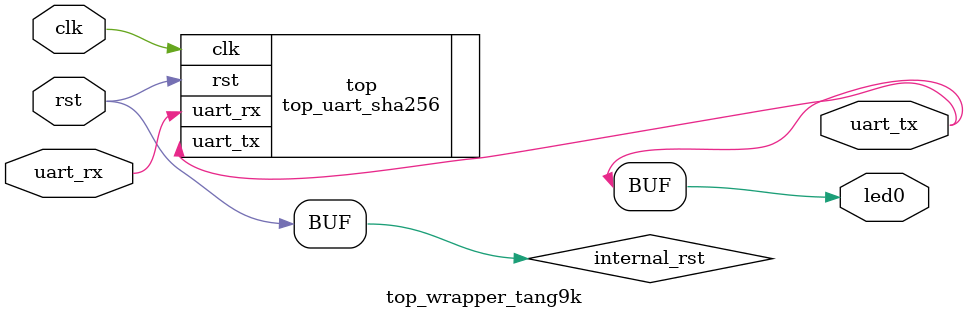
<source format=v>
`timescale 1ns/1ps

module top_wrapper_tang9k (
    input clk,           // Pin 35 (27 MHz or internal PLL source)
    input rst,           // Pin 14 (active-high reset button)
    input uart_rx,       // Pin 19 (from USB-UART dongle TX)
    output uart_tx,      // Pin 20 (to USB-UART dongle RX)
    output led0          // Pin 6 (debug indicator)
);

    wire internal_rst = rst;

    top_uart_sha256 top (
        .clk(clk),
        .rst(internal_rst),
        .uart_rx(uart_rx),
        .uart_tx(uart_tx)
    );

    // Debug LED: toggles when a hash is completed (optional enhancement)
    // You can wire this to the `done` signal from the processor internally if desired
    assign led0 = uart_tx; // Visual activity on TX as heartbeat/debug

endmodule

</source>
